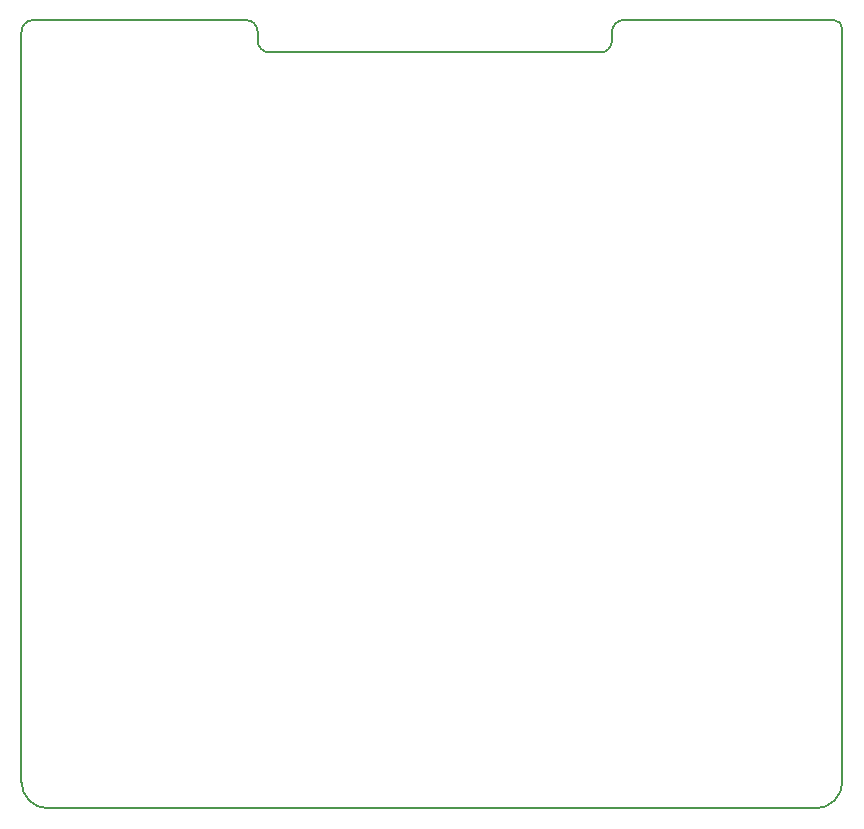
<source format=gm1>
G04 #@! TF.GenerationSoftware,KiCad,Pcbnew,5.0.1*
G04 #@! TF.CreationDate,2018-11-27T23:31:16+01:00*
G04 #@! TF.ProjectId,STM_Morpho,53544D5F4D6F7270686F2E6B69636164,rev?*
G04 #@! TF.SameCoordinates,Original*
G04 #@! TF.FileFunction,Profile,NP*
%FSLAX46Y46*%
G04 Gerber Fmt 4.6, Leading zero omitted, Abs format (unit mm)*
G04 Created by KiCad (PCBNEW 5.0.1) date Tue 27 Nov 2018 11:31:16 PM CET*
%MOMM*%
%LPD*%
G01*
G04 APERTURE LIST*
%ADD10C,0.150000*%
G04 APERTURE END LIST*
D10*
X130000000Y-69250000D02*
G75*
G02X131000000Y-68250000I1000000J0D01*
G01*
X149000000Y-68250000D02*
G75*
G02X150000000Y-69250000I0J-1000000D01*
G01*
X151000000Y-71000000D02*
G75*
G02X150000000Y-70000000I0J1000000D01*
G01*
X180000000Y-70000000D02*
G75*
G02X179000000Y-71000000I-1000000J0D01*
G01*
X180000000Y-69250000D02*
G75*
G02X181000000Y-68250000I1000000J0D01*
G01*
X198750000Y-68250000D02*
G75*
G02X199500000Y-69000000I0J-750000D01*
G01*
X132250000Y-135000000D02*
G75*
G02X130000000Y-132750000I0J2250000D01*
G01*
X199500000Y-132750000D02*
G75*
G02X197250000Y-135000000I-2250000J0D01*
G01*
X130000000Y-69250000D02*
X130000000Y-132750000D01*
X149000000Y-68250000D02*
X131000000Y-68250000D01*
X150000000Y-70000000D02*
X150000000Y-69250000D01*
X179000000Y-71000000D02*
X151000000Y-71000000D01*
X180000000Y-69250000D02*
X180000000Y-70000000D01*
X198750000Y-68250000D02*
X181000000Y-68250000D01*
X199500000Y-132750000D02*
X199500000Y-69000000D01*
X132250000Y-135000000D02*
X197250000Y-135000000D01*
M02*

</source>
